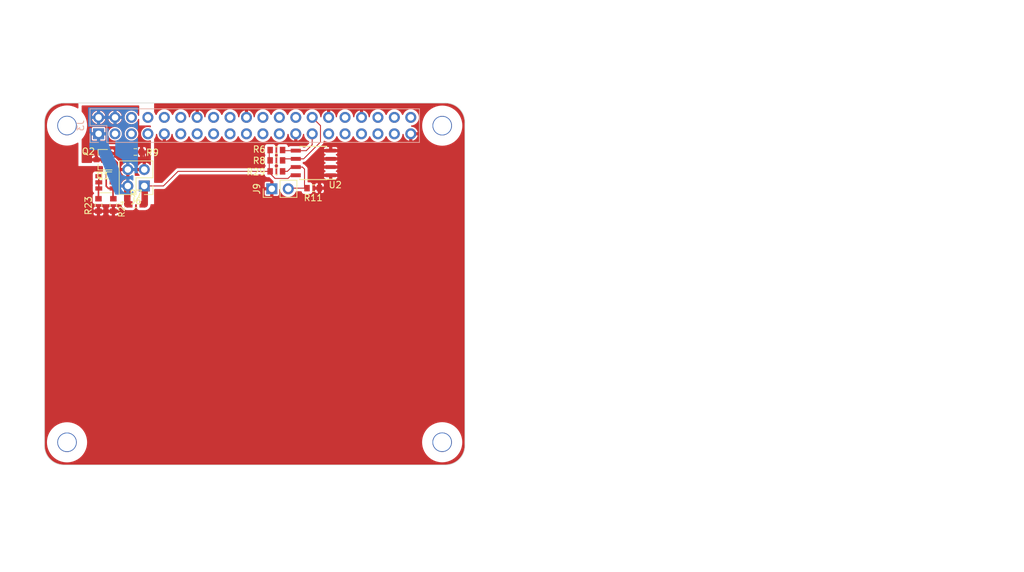
<source format=kicad_pcb>
(kicad_pcb (version 20221018) (generator pcbnew)
  (layers (0 "F.Cu" signal) (1 "In1.Cu" signal) (2 "In2.Cu" signal) (31 "B.Cu" signal) (34 "B.Paste" user) (35 "F.Paste" user) (36 "B.SilkS" user "B.Silkscreen") (37 "F.SilkS" user "F.Silkscreen") (38 "B.Mask" user) (39 "F.Mask" user) (44 "Edge.Cuts" user))
  (net 0 "")
  (net 1 "GND")
  (net 2 "/ID_SD_EEPROM")
  (net 3 "/ID_SC_EEPROM")
  (net 4 "Net-(Q1-Pad1)")
  (net 5 "Net-(Q2-Pad1)")
  (net 6 "/P3V3_HAT")
  (net 7 "/P5V_HAT")
  (net 8 "/P3V3")
  (net 9 "/P5V")
  (net 10 "Net-(J9-Pad2)")
  (footprint "project_footprints:NPTH_3mm_ID" (layer "F.Cu") (at 82.04 64.31)
    (fp_text reference "H1" (at 0.06 0.09) (layer "F.SilkS"))
    (fp_text value "3mm_Mounting_Hole" hide)
    (pad "" np_thru_hole circle locked (at 0 0) (size 3 3) (drill 2.75) (layers "*.Cu" "*.Mask") (clearance 1.6))
  )
  (footprint "project_footprints:NPTH_3mm_ID" (layer "F.Cu") (at 140.04 64.33)
    (fp_text reference "H2" (at 0.06 0.09) (layer "F.SilkS"))
    (fp_text value "3mm_Mounting_Hole" hide)
    (pad "" np_thru_hole circle locked (at 0 0) (size 3 3) (drill 2.75) (layers "*.Cu" "*.Mask") (clearance 1.6))
  )
  (footprint "project_footprints:NPTH_3mm_ID" (layer "F.Cu") (at 82.04 113.32)
    (fp_text reference "H3" (at 0.06 0.09) (layer "F.SilkS"))
    (fp_text value "3mm_Mounting_Hole" hide)
    (pad "" np_thru_hole circle locked (at 0 0) (size 3 3) (drill 2.75) (layers "*.Cu" "*.Mask") (clearance 1.6))
  )
  (footprint "project_footprints:NPTH_3mm_ID" (layer "F.Cu") (at 140.03 113.31)
    (fp_text reference "H4" (at 0.06 0.09) (layer "F.SilkS"))
    (fp_text value "3mm_Mounting_Hole" hide)
    (pad "" np_thru_hole circle locked (at 0 0) (size 3 3) (drill 2.75) (layers "*.Cu" "*.Mask") (clearance 1.6))
  )
  (footprint "Resistor_SMD:R_0603_1608Metric_Pad0.84x1.00mm_HandSolder" (layer "F.Cu") (at 92.6 68.4)
    (fp_text reference "R9" (at 2.65 0.1) (layer "F.SilkS"))
    (fp_text value "DNP")
    (fp_line (start -0.22 -0.51) (end 0.22 -0.51) (stroke (width 0.12)) (layer "F.SilkS"))
    (fp_line (start -0.22 0.51) (end 0.22 0.51) (stroke (width 0.12)) (layer "F.SilkS"))
    (pad "1" smd rect (at -0.9625 0) (size 0.845 1) (layers "F.Cu" "F.Paste" "F.Mask") (net 7 "/P5V_HAT"))
    (pad "2" smd rect (at 0.9625 0) (size 0.845 1) (layers "F.Cu" "F.Paste" "F.Mask") (net 9 "/P5V"))
  )
  (footprint "Resistor_SMD:R_0603_1608Metric_Pad0.84x1.00mm_HandSolder" (layer "F.Cu") (at 92.7 76.5)
    (fp_text reference "R7" (at 0 -1.65) (layer "F.SilkS"))
    (fp_text value "DNP")
    (fp_line (start -0.22 -0.51) (end 0.22 -0.51) (stroke (width 0.12)) (layer "F.SilkS"))
    (fp_line (start -0.22 0.51) (end 0.22 0.51) (stroke (width 0.12)) (layer "F.SilkS"))
    (pad "1" smd rect (at -0.9625 0) (size 0.845 1) (layers "F.Cu" "F.Paste" "F.Mask") (net 6 "/P3V3_HAT"))
    (pad "2" smd rect (at 0.9625 0) (size 0.845 1) (layers "F.Cu" "F.Paste" "F.Mask") (net 8 "/P3V3"))
  )
  (footprint "Resistor_SMD:R_0603_1608Metric_Pad0.84x1.00mm_HandSolder" (layer "F.Cu") (at 120.1 74)
    (fp_text reference "R11" (at 0 1.5) (layer "F.SilkS"))
    (fp_text value "DNP")
    (fp_line (start -0.22 -0.51) (end 0.22 -0.51) (stroke (width 0.12)) (layer "F.SilkS"))
    (fp_line (start -0.22 0.51) (end 0.22 0.51) (stroke (width 0.12)) (layer "F.SilkS"))
    (pad "1" smd rect (at -0.9625 0) (size 0.845 1) (layers "F.Cu" "F.Paste" "F.Mask") (net 10 "Net-(J9-Pad2)"))
    (pad "2" smd rect (at 0.9625 0) (size 0.845 1) (layers "F.Cu" "F.Paste" "F.Mask") (net 1 "GND"))
  )
  (footprint "Resistor_SMD:R_0603_1608Metric_Pad0.84x1.00mm_HandSolder" (layer "F.Cu") (at 86.9 76.6 -90)
    (fp_text reference "R23" (at 0.108 1.556 90) (layer "F.SilkS"))
    (fp_text value "10K")
    (fp_line (start -0.22 -0.51) (end 0.22 -0.51) (stroke (width 0.12)) (layer "F.SilkS"))
    (fp_line (start -0.22 0.51) (end 0.22 0.51) (stroke (width 0.12)) (layer "F.SilkS"))
    (pad "1" smd rect (at -0.9625 0 270) (size 0.845 1) (layers "F.Cu" "F.Paste" "F.Mask") (net 5 "Net-(Q2-Pad1)"))
    (pad "2" smd rect (at 0.9625 0 270) (size 0.845 1) (layers "F.Cu" "F.Paste" "F.Mask") (net 1 "GND"))
  )
  (footprint "Resistor_SMD:R_0603_1608Metric_Pad0.84x1.00mm_HandSolder" (layer "F.Cu") (at 89.2 76.6 -90)
    (fp_text reference "R24" (at 0.616 -1.3 270) (layer "F.SilkS") (effects (font (size 0.9 0.9) (thickness 0.13))))
    (fp_text value "47K")
    (fp_line (start -0.22 -0.51) (end 0.22 -0.51) (stroke (width 0.12)) (layer "F.SilkS"))
    (fp_line (start -0.22 0.51) (end 0.22 0.51) (stroke (width 0.12)) (layer "F.SilkS"))
    (pad "1" smd rect (at -0.9625 0 270) (size 0.845 1) (layers "F.Cu" "F.Paste" "F.Mask") (net 4 "Net-(Q1-Pad1)"))
    (pad "2" smd rect (at 0.9625 0 270) (size 0.845 1) (layers "F.Cu" "F.Paste" "F.Mask") (net 1 "GND"))
  )
  (footprint "Resistor_SMD:R_0603_1608Metric_Pad0.84x1.00mm_HandSolder" (layer "F.Cu") (at 114.4 71.4)
    (fp_text reference "R29" (at -3.15 0.1) (layer "F.SilkS"))
    (fp_text value "10K")
    (fp_line (start -0.22 -0.51) (end 0.22 -0.51) (stroke (width 0.12)) (layer "F.SilkS"))
    (fp_line (start -0.22 0.51) (end 0.22 0.51) (stroke (width 0.12)) (layer "F.SilkS"))
    (pad "1" smd rect (at -0.9625 0) (size 0.845 1) (layers "F.Cu" "F.Paste" "F.Mask") (net 8 "/P3V3"))
    (pad "2" smd rect (at 0.9625 0) (size 0.845 1) (layers "F.Cu" "F.Paste" "F.Mask") (net 10 "Net-(J9-Pad2)"))
  )
  (footprint "Resistor_SMD:R_0603_1608Metric_Pad0.84x1.00mm_HandSolder" (layer "F.Cu") (at 114.4 69.7)
    (fp_text reference "R8" (at -2.65 0.05) (layer "F.SilkS"))
    (fp_text value "3.9K")
    (fp_line (start -0.22 -0.51) (end 0.22 -0.51) (stroke (width 0.12)) (layer "F.SilkS"))
    (fp_line (start -0.22 0.51) (end 0.22 0.51) (stroke (width 0.12)) (layer "F.SilkS"))
    (pad "1" smd rect (at -0.9625 0) (size 0.845 1) (layers "F.Cu" "F.Paste" "F.Mask") (net 8 "/P3V3"))
    (pad "2" smd rect (at 0.9625 0) (size 0.845 1) (layers "F.Cu" "F.Paste" "F.Mask") (net 3 "/ID_SC_EEPROM"))
  )
  (footprint "Package_TO_SOT_SMD:SOT-23-6" (layer "F.Cu") (at 88.05 73.1)
    (fp_text reference "Q2" (at -2.706 -4.774) (layer "F.SilkS"))
    (fp_text value "DMMT5401")
    (fp_line (start -0.9 1.61) (end 0.9 1.61) (stroke (width 0.12)) (layer "F.SilkS"))
    (fp_line (start 0.9 -1.61) (end -1.55 -1.61) (stroke (width 0.12)) (layer "F.SilkS"))
    (pad "1" smd rect (at -1.1 -0.95) (size 1.06 0.65) (layers "F.Cu" "F.Paste" "F.Mask") (net 5 "Net-(Q2-Pad1)"))
    (pad "2" smd rect (at -1.1 0) (size 1.06 0.65) (layers "F.Cu" "F.Paste" "F.Mask") (net 5 "Net-(Q2-Pad1)"))
    (pad "3" smd rect (at -1.1 0.95) (size 1.06 0.65) (layers "F.Cu" "F.Paste" "F.Mask") (net 5 "Net-(Q2-Pad1)"))
    (pad "4" smd rect (at 1.1 0.95) (size 1.06 0.65) (layers "F.Cu" "F.Paste" "F.Mask") (net 4 "Net-(Q1-Pad1)"))
    (pad "5" smd rect (at 1.1 0) (size 1.06 0.65) (layers "F.Cu" "F.Paste" "F.Mask") (net 7 "/P5V_HAT"))
    (pad "6" smd rect (at 1.1 -0.95) (size 1.06 0.65) (layers "F.Cu" "F.Paste" "F.Mask") (net 9 "/P5V"))
  )
  (footprint "Package_TO_SOT_SMD:SOT-23" (layer "F.Cu") (at 87.6 69.6 180)
    (fp_text reference "Q1" (at 0 -2.5 180) (layer "F.SilkS"))
    (fp_text value "DMG2305UX")
    (fp_line (start 0.76 -1.58) (end -1.4 -1.58) (stroke (width 0.12)) (layer "F.SilkS"))
    (fp_line (start 0.76 -1.58) (end 0.76 -0.65) (stroke (width 0.12)) (layer "F.SilkS"))
    (fp_line (start 0.76 1.58) (end -0.7 1.58) (stroke (width 0.12)) (layer "F.SilkS"))
    (fp_line (start 0.76 1.58) (end 0.76 0.65) (stroke (width 0.12)) (layer "F.SilkS"))
    (pad "1" smd rect (at -1 -0.95 180) (size 0.9 0.8) (layers "F.Cu" "F.Paste" "F.Mask") (net 4 "Net-(Q1-Pad1)"))
    (pad "2" smd rect (at -1 0.95 180) (size 0.9 0.8) (layers "F.Cu" "F.Paste" "F.Mask") (net 7 "/P5V_HAT"))
    (pad "3" smd rect (at 1 0 180) (size 0.9 0.8) (layers "F.Cu" "F.Paste" "F.Mask") (net 9 "/P5V"))
  )
  (footprint "Package_SOIC:SOIC-8_3.9x4.9mm_P1.27mm" (layer "F.Cu") (at 120.1 70.1 180)
    (fp_text reference "U2" (at -3.4 -3.4 180) (layer "F.SilkS"))
    (fp_text value "CAT24C32")
    (fp_line (start -2.075 -2.575) (end -2.075 -2.525) (stroke (width 0.15)) (layer "F.SilkS"))
    (fp_line (start -2.075 -2.575) (end 2.075 -2.575) (stroke (width 0.15)) (layer "F.SilkS"))
    (fp_line (start -2.075 -2.525) (end -3.475 -2.525) (stroke (width 0.15)) (layer "F.SilkS"))
    (fp_line (start -2.075 2.575) (end -2.075 2.43) (stroke (width 0.15)) (layer "F.SilkS"))
    (fp_line (start -2.075 2.575) (end 2.075 2.575) (stroke (width 0.15)) (layer "F.SilkS"))
    (fp_line (start 2.075 -2.575) (end 2.075 -2.43) (stroke (width 0.15)) (layer "F.SilkS"))
    (fp_line (start 2.075 2.575) (end 2.075 2.43) (stroke (width 0.15)) (layer "F.SilkS"))
    (pad "1" smd rect (at -2.7 -1.905 180) (size 1.55 0.6) (layers "F.Cu" "F.Paste" "F.Mask") (net 1 "GND"))
    (pad "2" smd rect (at -2.7 -0.635 180) (size 1.55 0.6) (layers "F.Cu" "F.Paste" "F.Mask") (net 1 "GND"))
    (pad "3" smd rect (at -2.7 0.635 180) (size 1.55 0.6) (layers "F.Cu" "F.Paste" "F.Mask") (net 1 "GND"))
    (pad "4" smd rect (at -2.7 1.905 180) (size 1.55 0.6) (layers "F.Cu" "F.Paste" "F.Mask") (net 1 "GND"))
    (pad "5" smd rect (at 2.7 1.905 180) (size 1.55 0.6) (layers "F.Cu" "F.Paste" "F.Mask") (net 2 "/ID_SD_EEPROM"))
    (pad "6" smd rect (at 2.7 0.635 180) (size 1.55 0.6) (layers "F.Cu" "F.Paste" "F.Mask") (net 3 "/ID_SC_EEPROM"))
    (pad "7" smd rect (at 2.7 -0.635 180) (size 1.55 0.6) (layers "F.Cu" "F.Paste" "F.Mask") (net 10 "Net-(J9-Pad2)"))
    (pad "8" smd rect (at 2.7 -1.905 180) (size 1.55 0.6) (layers "F.Cu" "F.Paste" "F.Mask") (net 8 "/P3V3"))
  )
  (footprint "Connector_PinHeader_2.54mm:PinHeader_2x02_P2.54mm_Vertical" (layer "F.Cu") (at 93.98 73.66 180)
    (fp_text reference "J6" (at 1.27 -2.33 180) (layer "F.SilkS"))
    (fp_text value "CONN_02X02")
    (fp_line (start -1.33 -1.33) (end 0 -1.33) (stroke (width 0.12)) (layer "F.SilkS"))
    (fp_line (start -1.33 0) (end -1.33 -1.33) (stroke (width 0.12)) (layer "F.SilkS"))
    (fp_line (start -1.33 1.27) (end -1.33 3.87) (stroke (width 0.12)) (layer "F.SilkS"))
    (fp_line (start -1.33 1.27) (end 1.27 1.27) (stroke (width 0.12)) (layer "F.SilkS"))
    (fp_line (start -1.33 3.87) (end 3.87 3.87) (stroke (width 0.12)) (layer "F.SilkS"))
    (fp_line (start 1.27 -1.33) (end 3.87 -1.33) (stroke (width 0.12)) (layer "F.SilkS"))
    (fp_line (start 1.27 1.27) (end 1.27 -1.33) (stroke (width 0.12)) (layer "F.SilkS"))
    (fp_line (start 3.87 -1.33) (end 3.87 3.87) (stroke (width 0.12)) (layer "F.SilkS"))
    (pad "1" thru_hole rect (at 0 0 180) (size 1.7 1.7) (drill 1) (layers "*.Cu" "*.Mask") (net 8 "/P3V3"))
    (pad "2" thru_hole oval (at 2.54 0 180) (size 1.7 1.7) (drill 1) (layers "*.Cu" "*.Mask") (net 6 "/P3V3_HAT"))
    (pad "3" thru_hole oval (at 0 2.54 180) (size 1.7 1.7) (drill 1) (layers "*.Cu" "*.Mask") (net 9 "/P5V"))
    (pad "4" thru_hole oval (at 2.54 2.54 180) (size 1.7 1.7) (drill 1) (layers "*.Cu" "*.Mask") (net 7 "/P5V_HAT"))
  )
  (footprint "Connector_PinHeader_2.54mm:PinHeader_1x02_P2.54mm_Vertical" (layer "F.Cu") (at 113.7 74.1 90)
    (fp_text reference "J9" (at 0 -2.33 90) (layer "F.SilkS"))
    (fp_text value "CONN_01X02")
    (fp_line (start -1.33 -1.33) (end 0 -1.33) (stroke (width 0.12)) (layer "F.SilkS"))
    (fp_line (start -1.33 0) (end -1.33 -1.33) (stroke (width 0.12)) (layer "F.SilkS"))
    (fp_line (start -1.33 1.27) (end -1.33 3.87) (stroke (width 0.12)) (layer "F.SilkS"))
    (fp_line (start -1.33 1.27) (end 1.33 1.27) (stroke (width 0.12)) (layer "F.SilkS"))
    (fp_line (start -1.33 3.87) (end 1.33 3.87) (stroke (width 0.12)) (layer "F.SilkS"))
    (fp_line (start 1.33 1.27) (end 1.33 3.87) (stroke (width 0.12)) (layer "F.SilkS"))
    (pad "1" thru_hole rect (at 0 0 90) (size 1.7 1.7) (drill 1) (layers "*.Cu" "*.Mask") (net 1 "GND"))
    (pad "2" thru_hole oval (at 0 2.54 90) (size 1.7 1.7) (drill 1) (layers "*.Cu" "*.Mask") (net 10 "Net-(J9-Pad2)"))
  )
  (footprint "Resistor_SMD:R_0603_1608Metric_Pad0.84x1.00mm_HandSolder" (layer "F.Cu") (at 114.4 68.1)
    (fp_text reference "R6" (at -2.65 -0.1) (layer "F.SilkS"))
    (fp_text value "3.9K")
    (fp_line (start -0.22 -0.51) (end 0.22 -0.51) (stroke (width 0.12)) (layer "F.SilkS"))
    (fp_line (start -0.22 0.51) (end 0.22 0.51) (stroke (width 0.12)) (layer "F.SilkS"))
    (pad "1" smd rect (at -0.9625 0) (size 0.845 1) (layers "F.Cu" "F.Paste" "F.Mask") (net 8 "/P3V3"))
    (pad "2" smd rect (at 0.9625 0) (size 0.845 1) (layers "F.Cu" "F.Paste" "F.Mask") (net 2 "/ID_SD_EEPROM"))
  )
  (footprint "Connector_PinSocket_2.54mm:PinSocket_2x20_P2.54mm_Vertical" (layer "B.Cu") (at 86.92 65.59 -90)
    (fp_text reference "J3" (at -1.27 2.77 270) (layer "B.SilkS") (effects (justify mirror)))
    (fp_text value "40HAT")
    (fp_line (start -3.87 -49.59) (end 1.33 -49.59) (stroke (width 0.12)) (layer "B.SilkS"))
    (fp_line (start -3.87 1.33) (end -3.87 -49.59) (stroke (width 0.12)) (layer "B.SilkS"))
    (fp_line (start -3.87 1.33) (end -1.27 1.33) (stroke (width 0.12)) (layer "B.SilkS"))
    (fp_line (start -1.27 -1.27) (end 1.33 -1.27) (stroke (width 0.12)) (layer "B.SilkS"))
    (fp_line (start -1.27 1.33) (end -1.27 -1.27) (stroke (width 0.12)) (layer "B.SilkS"))
    (fp_line (start 0 1.33) (end 1.33 1.33) (stroke (width 0.12)) (layer "B.SilkS"))
    (fp_line (start 1.33 -1.27) (end 1.33 -49.59) (stroke (width 0.12)) (layer "B.SilkS"))
    (fp_line (start 1.33 1.33) (end 1.33 0) (stroke (width 0.12)) (layer "B.SilkS"))
    (pad "1" thru_hole rect locked (at 0 0 270) (size 1.7 1.7) (drill 1) (layers "*.Cu" "*.Mask") (net 6 "/P3V3_HAT"))
    (pad "2" thru_hole oval locked (at -2.54 0 270) (size 1.7 1.7) (drill 1) (layers "*.Cu" "*.Mask") (net 7 "/P5V_HAT"))
    (pad "3" thru_hole oval locked (at 0 -2.54 270) (size 1.7 1.7) (drill 1) (layers "*.Cu" "*.Mask"))
    (pad "4" thru_hole oval locked (at -2.54 -2.54 270) (size 1.7 1.7) (drill 1) (layers "*.Cu" "*.Mask") (net 7 "/P5V_HAT"))
    (pad "5" thru_hole oval locked (at 0 -5.08 270) (size 1.7 1.7) (drill 1) (layers "*.Cu" "*.Mask"))
    (pad "6" thru_hole oval locked (at -2.54 -5.08 270) (size 1.7 1.7) (drill 1) (layers "*.Cu" "*.Mask") (net 1 "GND"))
    (pad "7" thru_hole oval locked (at 0 -7.62 270) (size 1.7 1.7) (drill 1) (layers "*.Cu" "*.Mask"))
    (pad "8" thru_hole oval locked (at -2.54 -7.62 270) (size 1.7 1.7) (drill 1) (layers "*.Cu" "*.Mask"))
    (pad "9" thru_hole oval locked (at 0 -10.16 270) (size 1.7 1.7) (drill 1) (layers "*.Cu" "*.Mask") (net 1 "GND"))
    (pad "10" thru_hole oval locked (at -2.54 -10.16 270) (size 1.7 1.7) (drill 1) (layers "*.Cu" "*.Mask"))
    (pad "11" thru_hole oval locked (at 0 -12.7 270) (size 1.7 1.7) (drill 1) (layers "*.Cu" "*.Mask"))
    (pad "12" thru_hole oval locked (at -2.54 -12.7 270) (size 1.7 1.7) (drill 1) (layers "*.Cu" "*.Mask"))
    (pad "13" thru_hole oval locked (at 0 -15.24 270) (size 1.7 1.7) (drill 1) (layers "*.Cu" "*.Mask"))
    (pad "14" thru_hole oval locked (at -2.54 -15.24 270) (size 1.7 1.7) (drill 1) (layers "*.Cu" "*.Mask") (net 1 "GND"))
    (pad "15" thru_hole oval locked (at 0 -17.78 270) (size 1.7 1.7) (drill 1) (layers "*.Cu" "*.Mask"))
    (pad "16" thru_hole oval locked (at -2.54 -17.78 270) (size 1.7 1.7) (drill 1) (layers "*.Cu" "*.Mask"))
    (pad "17" thru_hole oval locked (at 0 -20.32 270) (size 1.7 1.7) (drill 1) (layers "*.Cu" "*.Mask"))
    (pad "18" thru_hole oval locked (at -2.54 -20.32 270) (size 1.7 1.7) (drill 1) (layers "*.Cu" "*.Mask"))
    (pad "19" thru_hole oval locked (at 0 -22.86 270) (size 1.7 1.7) (drill 1) (layers "*.Cu" "*.Mask"))
    (pad "20" thru_hole oval locked (at -2.54 -22.86 270) (size 1.7 1.7) (drill 1) (layers "*.Cu" "*.Mask") (net 1 "GND"))
    (pad "21" thru_hole oval locked (at 0 -25.4 270) (size 1.7 1.7) (drill 1) (layers "*.Cu" "*.Mask"))
    (pad "22" thru_hole oval locked (at -2.54 -25.4 270) (size 1.7 1.7) (drill 1) (layers "*.Cu" "*.Mask"))
    (pad "23" thru_hole oval locked (at 0 -27.94 270) (size 1.7 1.7) (drill 1) (layers "*.Cu" "*.Mask"))
    (pad "24" thru_hole oval locked (at -2.54 -27.94 270) (size 1.7 1.7) (drill 1) (layers "*.Cu" "*.Mask"))
    (pad "25" thru_hole oval locked (at 0 -30.48 270) (size 1.7 1.7) (drill 1) (layers "*.Cu" "*.Mask") (net 1 "GND"))
    (pad "26" thru_hole oval locked (at -2.54 -30.48 270) (size 1.7 1.7) (drill 1) (layers "*.Cu" "*.Mask"))
    (pad "27" thru_hole oval locked (at 0 -33.02 270) (size 1.7 1.7) (drill 1) (layers "*.Cu" "*.Mask") (net 2 "/ID_SD_EEPROM"))
    (pad "28" thru_hole oval locked (at -2.54 -33.02 270) (size 1.7 1.7) (drill 1) (layers "*.Cu" "*.Mask") (net 3 "/ID_SC_EEPROM"))
    (pad "29" thru_hole oval locked (at 0 -35.56 270) (size 1.7 1.7) (drill 1) (layers "*.Cu" "*.Mask"))
    (pad "30" thru_hole oval locked (at -2.54 -35.56 270) (size 1.7 1.7) (drill 1) (layers "*.Cu" "*.Mask") (net 1 "GND"))
    (pad "31" thru_hole oval locked (at 0 -38.1 270) (size 1.7 1.7) (drill 1) (layers "*.Cu" "*.Mask"))
    (pad "32" thru_hole oval locked (at -2.54 -38.1 270) (size 1.7 1.7) (drill 1) (layers "*.Cu" "*.Mask"))
    (pad "33" thru_hole oval locked (at 0 -40.64 270) (size 1.7 1.7) (drill 1) (layers "*.Cu" "*.Mask"))
    (pad "34" thru_hole oval locked (at -2.54 -40.64 270) (size 1.7 1.7) (drill 1) (layers "*.Cu" "*.Mask") (net 1 "GND"))
    (pad "35" thru_hole oval locked (at 0 -43.18 270) (size 1.7 1.7) (drill 1) (layers "*.Cu" "*.Mask"))
    (pad "36" thru_hole oval locked (at -2.54 -43.18 270) (size 1.7 1.7) (drill 1) (layers "*.Cu" "*.Mask"))
    (pad "37" thru_hole oval locked (at 0 -45.72 270) (size 1.7 1.7) (drill 1) (layers "*.Cu" "*.Mask"))
    (pad "38" thru_hole oval locked (at -2.54 -45.72 270) (size 1.7 1.7) (drill 1) (layers "*.Cu" "*.Mask"))
    (pad "39" thru_hole oval locked (at 0 -48.26 270) (size 1.7 1.7) (drill 1) (layers "*.Cu" "*.Mask") (net 1 "GND"))
    (pad "40" thru_hole oval locked (at -2.54 -48.26 270) (size 1.7 1.7) (drill 1) (layers "*.Cu" "*.Mask"))
  )
  (gr_line (start 143.546356 113.817611) (end 143.546356 63.817611) (stroke (width 0.1)) (layer "Edge.Cuts"))
  (gr_line (start 81.546356 116.817611) (end 140.546356 116.817611) (stroke (width 0.1)) (layer "Edge.Cuts"))
  (gr_arc (start 81.546356 116.817611) (mid 79.425036 115.938931) (end 78.546356 113.817611) (stroke (width 0.1)) (layer "Edge.Cuts"))
  (gr_arc (start 140.546356 60.817611) (mid 142.667676 61.696291) (end 143.546356 63.817611) (stroke (width 0.1)) (layer "Edge.Cuts"))
  (gr_arc (start 143.546351 113.822847) (mid 142.665824 115.940781) (end 140.546356 116.817611) (stroke (width 0.1)) (layer "Edge.Cuts"))
  (gr_arc (start 78.546356 63.817611) (mid 79.425036 61.696291) (end 81.546356 60.817611) (stroke (width 0.1)) (layer "Edge.Cuts"))
  (gr_line (start 78.546356 63.817611) (end 78.546356 113.817611) (stroke (width 0.1)) (layer "Edge.Cuts"))
  (gr_line (start 140.546356 60.817611) (end 81.546356 60.817611) (stroke (width 0.1)) (layer "Edge.Cuts"))
  (segment (start 115.695 68.295) (end 115.5 68.1) (width 0.15) (layer "F.Cu") (net 2))
  (segment (start 119.94 67.2834) (end 119.0284 68.195) (width 0.15) (layer "F.Cu") (net 2))
  (segment (start 115.4575 68.195) (end 115.3625 68.1) (width 0.15) (layer "F.Cu") (net 2))
  (segment (start 117.4 68.195) (end 115.4575 68.195) (width 0.15) (layer "F.Cu") (net 2))
  (segment (start 119.94 65.59) (end 119.94 67.2834) (width 0.15) (layer "F.Cu") (net 2))
  (segment (start 119.0284 68.195) (end 117.4 68.195) (width 0.15) (layer "F.Cu") (net 2))
  (segment (start 119.94 66.06) (end 119.94 65.59) (width 0.25) (layer "B.Cu") (net 2))
  (segment (start 115.635 69.565) (end 115.5 69.7) (width 0.15) (layer "F.Cu") (net 3))
  (segment (start 119.94 63.05) (end 121.21896 64.32896) (width 0.15) (layer "F.Cu") (net 3))
  (segment (start 119.94 63.05) (end 119.85 63.05) (width 0.15) (layer "F.Cu") (net 3))
  (segment (start 121.21896 64.32896) (end 121.21896 66.86042) (width 0.15) (layer "F.Cu") (net 3))
  (segment (start 117.4 69.465) (end 115.5975 69.465) (width 0.15) (layer "F.Cu") (net 3))
  (segment (start 118.61438 69.465) (end 117.4 69.465) (width 0.15) (layer "F.Cu") (net 3))
  (segment (start 115.5975 69.465) (end 115.3625 69.7) (width 0.15) (layer "F.Cu") (net 3))
  (segment (start 121.21896 66.86042) (end 118.61438 69.465) (width 0.15) (layer "F.Cu") (net 3))
  (segment (start 89.15 75.45) (end 89.2 75.5) (width 0.25) (layer "F.Cu") (net 4))
  (segment (start 88.1 73.7) (end 88.45 74.05) (width 0.25) (layer "F.Cu") (net 4))
  (segment (start 88.60076 70.55) (end 88.60076 71.19924) (width 0.25) (layer "F.Cu") (net 4))
  (segment (start 89.15 74.05) (end 89.15 75.45) (width 0.25) (layer "F.Cu") (net 4))
  (segment (start 88.60076 71.19924) (end 88.1 71.7) (width 0.25) (layer "F.Cu") (net 4))
  (segment (start 88.45 74.05) (end 89.15 74.05) (width 0.25) (layer "F.Cu") (net 4))
  (segment (start 88.1 71.7) (end 88.1 73.7) (width 0.25) (layer "F.Cu") (net 4))
  (segment (start 86.95 73.1) (end 86.95 74.05) (width 0.25) (layer "F.Cu") (net 5))
  (segment (start 86.95 74.05) (end 86.9 74.1) (width 0.25) (layer "F.Cu") (net 5))
  (segment (start 86.9 74.1) (end 86.9 75.5) (width 0.25) (layer "F.Cu") (net 5))
  (segment (start 86.95 72.15) (end 86.95 73.1) (width 0.25) (layer "F.Cu") (net 5))
  (segment (start 91.35 73.75) (end 91.44 73.66) (width 0.25) (layer "F.Cu") (net 6))
  (segment (start 91.35 76.5) (end 91.35 73.75) (width 1) (layer "F.Cu") (net 6))
  (segment (start 89.9 73.1) (end 90.6 72.4) (width 0.15) (layer "F.Cu") (net 7))
  (segment (start 90.6 72.4) (end 91.2 72.4) (width 0.15) (layer "F.Cu") (net 7))
  (segment (start 91.2 72.4) (end 91.44 72.16) (width 0.15) (layer "F.Cu") (net 7))
  (segment (start 91.44 72.16) (end 91.44 71.12) (width 0.15) (layer "F.Cu") (net 7))
  (segment (start 89.15 73.1) (end 89.9 73.1) (width 0.15) (layer "F.Cu") (net 7))
  (segment (start 88.7 68.65) (end 88.7 68.6) (width 0.6) (layer "F.Cu") (net 7))
  (segment (start 94.05 73.73) (end 93.98 73.66) (width 0.15) (layer "F.Cu") (net 8))
  (segment (start 113.3 69.7) (end 113.3 71.4) (width 0.15) (layer "F.Cu") (net 8))
  (segment (start 116.695 72.005) (end 116.2 72.5) (width 0.15) (layer "F.Cu") (net 8))
  (segment (start 116.2 72.5) (end 114.2 72.5) (width 0.15) (layer "F.Cu") (net 8))
  (segment (start 114.2 72.5) (end 113.3 71.6) (width 0.15) (layer "F.Cu") (net 8))
  (segment (start 113.3 71.6) (end 113.3 71.4) (width 0.15) (layer "F.Cu") (net 8))
  (segment (start 99.2 71.4) (end 96.94 73.66) (width 0.15) (layer "F.Cu") (net 8))
  (segment (start 96.94 73.66) (end 93.98 73.66) (width 0.15) (layer "F.Cu") (net 8))
  (segment (start 94.05 76.5) (end 94.05 73.73) (width 1) (layer "F.Cu") (net 8))
  (segment (start 117.4 72.005) (end 116.695 72.005) (width 0.15) (layer "F.Cu") (net 8))
  (segment (start 113.3 68.1) (end 113.3 69.7) (width 0.15) (layer "F.Cu") (net 8))
  (segment (start 113.3 71.4) (end 99.2 71.4) (width 0.15) (layer "F.Cu") (net 8))
  (segment (start 93.98 68.43) (end 93.95 68.4) (width 0.25) (layer "F.Cu") (net 9))
  (segment (start 93.98 71.12) (end 93.98 68.43) (width 0.25) (layer "F.Cu") (net 9))
  (segment (start 89.15 72.15) (end 89.35 72.15) (width 0.25) (layer "F.Cu") (net 9))
  (segment (start 89.8 71.7) (end 89.8 70.05) (width 0.25) (layer "F.Cu") (net 9))
  (segment (start 89.35 69.6) (end 87.75 69.6) (width 0.25) (layer "F.Cu") (net 9))
  (segment (start 89.35 72.15) (end 89.8 71.7) (width 0.25) (layer "F.Cu") (net 9))
  (segment (start 87.75 69.6) (end 86.5 69.6) (width 0.25) (layer "F.Cu") (net 9))
  (segment (start 89.8 70.05) (end 89.35 69.6) (width 0.25) (layer "F.Cu") (net 9))
  (segment (start 116.64 74) (end 116.24 74.4) (width 0.15) (layer "F.Cu") (net 10))
  (segment (start 116.765 70.735) (end 116.1 71.4) (width 0.15) (layer "F.Cu") (net 10))
  (segment (start 116.1 71.4) (end 115.5 71.4) (width 0.15) (layer "F.Cu") (net 10))
  (segment (start 118.75 71.05) (end 118.435 70.735) (width 0.15) (layer "F.Cu") (net 10))
  (segment (start 118.435 70.735) (end 117.4 70.735) (width 0.15) (layer "F.Cu") (net 10))
  (segment (start 115.5 71.4) (end 115.8 71.4) (width 0.15) (layer "F.Cu") (net 10))
  (segment (start 118.75 74) (end 116.64 74) (width 0.15) (layer "F.Cu") (net 10))
  (segment (start 118.75 74) (end 118.75 71.05) (width 0.15) (layer "F.Cu") (net 10))
  (segment (start 117.4 70.735) (end 116.765 70.735) (width 0.15) (layer "F.Cu") (net 10))
  (zone (net 1) (net_name "GND") (layer "F.Cu") (connect_pads (clearance 0.4)) (min_thickness 0.2) (fill yes (thermal_gap 0.25) (thermal_bridge_width 0.508))
    (polygon (pts (xy 144.1 133.38) (xy 77.6 133.38) (xy 77.6 59.08) (xy 144.1 59.08)))
    (polygon (pts (xy 83.8 60.38) (xy 83.8 70.58) (xy 87.6 70.58) (xy 87.6 76.48) (xy 95.5 76.48) (xy 95.5 70.58) (xy 95.5 67.28) (xy 95.5 60.38)))
  )
  (zone (net 7) (net_name "/P5V_HAT") (layer "F.Cu") (connect_pads (clearance 0.2)) (min_thickness 0.2) (fill yes (thermal_gap 0.25) (thermal_bridge_width 0.508))
    (polygon (pts (xy 91.8 72.7) (xy 90.5 73.4) (xy 89.6 73.4) (xy 89.5 73.5) (xy 88 67.5) (xy 91.8 67.5)))
  )
  (zone (net 9) (net_name "/P5V") (layer "F.Cu") (connect_pads (clearance 0.2)) (min_thickness 0.2) (fill yes (thermal_gap 0.25) (thermal_bridge_width 0.508))
    (polygon (pts (xy 93.2 64.3) (xy 95 64.3) (xy 95 72.1) (xy 92.5 72.1) (xy 92.5 67.2) (xy 87.6 67.2) (xy 87.6 70.1) (xy 84.3 70.1) (xy 84.3 61.2) (xy 93.2 61.2)))
  )
  (zone (net 6) (net_name "/P3V3_HAT") (layer "B.Cu") (connect_pads (clearance 0.2)) (min_thickness 0.2) (fill yes (thermal_gap 0.25) (thermal_bridge_width 0.508))
    (polygon (pts (xy 88.5 67.3) (xy 90.5 72) (xy 92.3 72) (xy 92.3 75) (xy 89.5 75) (xy 86.7 68.1) (xy 85.5 68.1) (xy 85.5 64.7) (xy 86.4 64.7) (xy 88.5 64.7)))
  )
  (zone (net 7) (net_name "/P5V_HAT") (layer "B.Cu") (connect_pads (clearance 0.2)) (min_thickness 0.2) (fill yes (thermal_gap 0.25) (thermal_bridge_width 0.508))
    (polygon (pts (xy 93 71.7) (xy 91.2 71.7) (xy 90.5 69.5) (xy 89.5 68.9) (xy 89.5 64.5) (xy 85.3 64.5) (xy 85.3 61.5) (xy 93 61.5)))
  )
)
</source>
